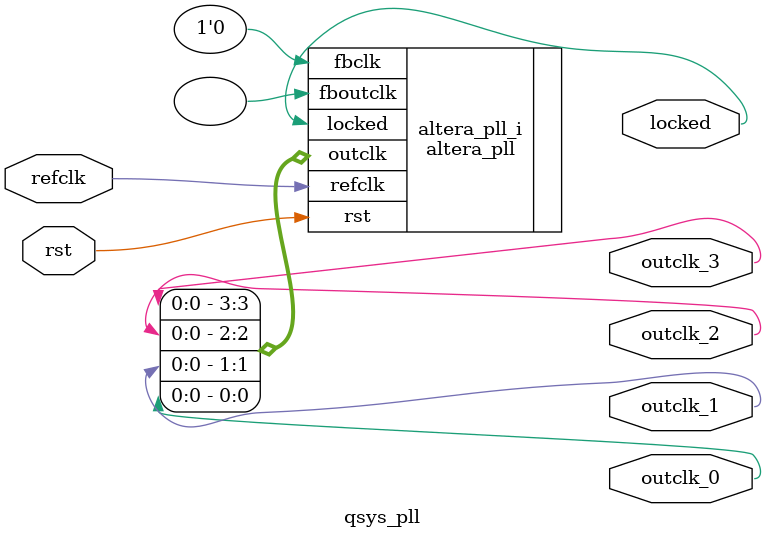
<source format=v>
`timescale 1ns/10ps
module  qsys_pll(

	// interface 'refclk'
	input wire refclk,

	// interface 'reset'
	input wire rst,

	// interface 'outclk0'
	output wire outclk_0,

	// interface 'outclk1'
	output wire outclk_1,

	// interface 'outclk2'
	output wire outclk_2,

	// interface 'outclk3'
	output wire outclk_3,

	// interface 'locked'
	output wire locked
);

	altera_pll #(
		.fractional_vco_multiplier("false"),
		.reference_clock_frequency("50.0 MHz"),
		.operation_mode("normal"),
		.number_of_clocks(4),
		.output_clock_frequency0("120.000000 MHz"),
		.phase_shift0("0 ps"),
		.duty_cycle0(50),
		.output_clock_frequency1("120.000000 MHz"),
		.phase_shift1("6250 ps"),
		.duty_cycle1(50),
		.output_clock_frequency2("20.000000 MHz"),
		.phase_shift2("0 ps"),
		.duty_cycle2(50),
		.output_clock_frequency3("50.000000 MHz"),
		.phase_shift3("0 ps"),
		.duty_cycle3(50),
		.output_clock_frequency4("0 MHz"),
		.phase_shift4("0 ps"),
		.duty_cycle4(50),
		.output_clock_frequency5("0 MHz"),
		.phase_shift5("0 ps"),
		.duty_cycle5(50),
		.output_clock_frequency6("0 MHz"),
		.phase_shift6("0 ps"),
		.duty_cycle6(50),
		.output_clock_frequency7("0 MHz"),
		.phase_shift7("0 ps"),
		.duty_cycle7(50),
		.output_clock_frequency8("0 MHz"),
		.phase_shift8("0 ps"),
		.duty_cycle8(50),
		.output_clock_frequency9("0 MHz"),
		.phase_shift9("0 ps"),
		.duty_cycle9(50),
		.output_clock_frequency10("0 MHz"),
		.phase_shift10("0 ps"),
		.duty_cycle10(50),
		.output_clock_frequency11("0 MHz"),
		.phase_shift11("0 ps"),
		.duty_cycle11(50),
		.output_clock_frequency12("0 MHz"),
		.phase_shift12("0 ps"),
		.duty_cycle12(50),
		.output_clock_frequency13("0 MHz"),
		.phase_shift13("0 ps"),
		.duty_cycle13(50),
		.output_clock_frequency14("0 MHz"),
		.phase_shift14("0 ps"),
		.duty_cycle14(50),
		.output_clock_frequency15("0 MHz"),
		.phase_shift15("0 ps"),
		.duty_cycle15(50),
		.output_clock_frequency16("0 MHz"),
		.phase_shift16("0 ps"),
		.duty_cycle16(50),
		.output_clock_frequency17("0 MHz"),
		.phase_shift17("0 ps"),
		.duty_cycle17(50),
		.pll_type("General"),
		.pll_subtype("General")
	) altera_pll_i (
		.rst	(rst),
		.outclk	({outclk_3, outclk_2, outclk_1, outclk_0}),
		.locked	(locked),
		.fboutclk	( ),
		.fbclk	(1'b0),
		.refclk	(refclk)
	);
endmodule


</source>
